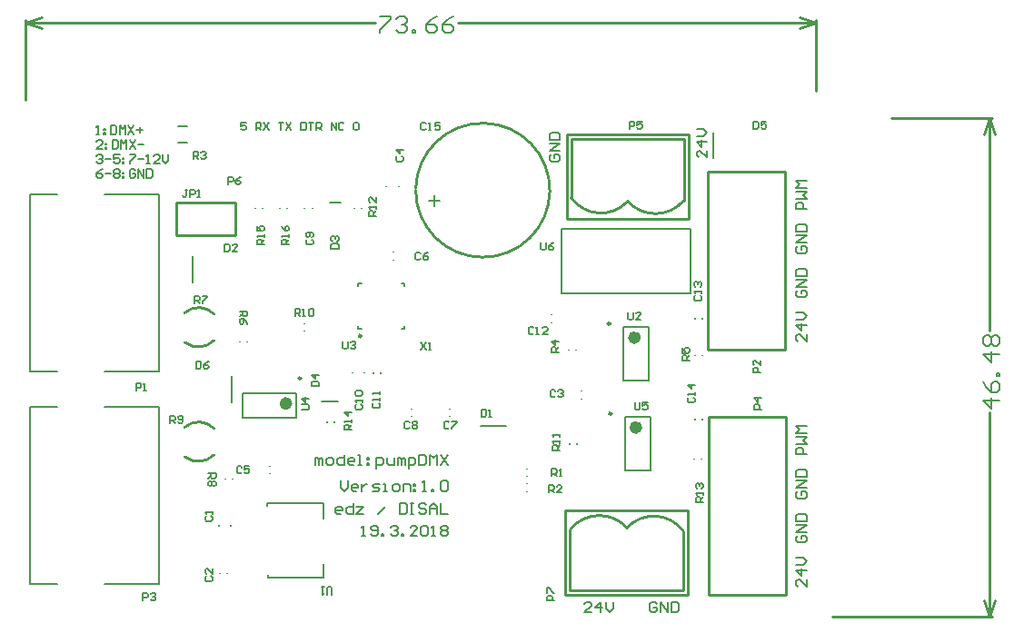
<source format=gto>
G04 Layer_Color=65535*
%FSAX44Y44*%
%MOMM*%
G71*
G01*
G75*
%ADD31C,0.2540*%
%ADD32C,0.2000*%
%ADD51C,0.2500*%
%ADD52C,0.6000*%
%ADD53C,0.1500*%
%ADD54C,0.1400*%
%ADD55C,0.1524*%
%ADD56C,0.1600*%
D31*
X00691010Y01003300D02*
G03*
X00691030Y01004862I00062500J00000000D01*
G01*
X00887854Y00688500D02*
G03*
X00835526Y00687605I-00025778J-00023020D01*
G01*
X00940621Y00685133D02*
G03*
X00887854Y00688500I-00027745J-00019653D01*
G01*
X00888622Y00992980D02*
G03*
X00940950Y00993875I00025778J00023020D01*
G01*
X00835855Y00996347D02*
G03*
X00888622Y00992980I00027745J00019653D01*
G01*
X00476053Y00861505D02*
G03*
X00502920Y00863142I00012534J00015586D01*
G01*
X00503484Y00887524D02*
G03*
X00475742Y00889050I-00014661J-00013603D01*
G01*
X00476053Y00754825D02*
G03*
X00502920Y00756462I00012534J00015586D01*
G01*
X00503484Y00780844D02*
G03*
X00475742Y00782370I-00014661J-00013603D01*
G01*
X01079500Y00605801D02*
X01228090D01*
X01134110Y01070621D02*
X01228090D01*
X01225550Y00605801D02*
Y00795804D01*
Y00872490D02*
Y01070621D01*
Y00605801D02*
X01230630Y00621041D01*
X01220470D02*
X01225550Y00605801D01*
X01220470Y01055381D02*
X01225550Y01070621D01*
X01230630Y01055381D01*
X01064260Y01096010D02*
Y01162050D01*
X00327660Y01087120D02*
Y01162050D01*
X00730239Y01159510D02*
X01064260D01*
X00327660D02*
X00653553D01*
X01049020Y01164590D02*
X01064260Y01159510D01*
X01049020Y01154430D02*
X01064260Y01159510D01*
X00327660D02*
X00342900Y01154430D01*
X00327660Y01159510D02*
X00342900Y01164590D01*
X00834876Y00686955D02*
X00835526Y00687605D01*
X00834876Y00630480D02*
Y00686955D01*
Y00630480D02*
X00940366D01*
X00940621Y00630225D01*
Y00685133D01*
X00830676Y00625980D02*
Y00704980D01*
X00944276D01*
Y00625980D02*
Y00704980D01*
X00830676Y00625980D02*
X00944276D01*
X00940950Y00993875D02*
X00941600Y00994525D01*
Y01051000D01*
X00836110D02*
X00941600D01*
X00835855Y01051255D02*
X00836110Y01051000D01*
X00835855Y00996347D02*
Y01051255D01*
X00945800Y00976500D02*
Y01055500D01*
X00832200Y00976500D02*
X00945800D01*
X00832200D02*
Y01055500D01*
X00945800D01*
X00964380Y00625810D02*
Y00791810D01*
Y00625810D02*
X01036380D01*
Y00791810D01*
X00964380D02*
X01036380D01*
X00963110Y00854410D02*
Y01020410D01*
Y00854410D02*
X01035110D01*
Y01020410D01*
X00963110D02*
X01035110D01*
X00467600Y00991680D02*
X00522600D01*
Y00961680D02*
Y00991680D01*
X00467600Y00961680D02*
X00522600D01*
X00467600D02*
Y00991680D01*
D32*
X00680630Y00873850D02*
Y00876600D01*
X00677880Y00873850D02*
X00680630D01*
Y00914100D02*
Y00916850D01*
X00677880D02*
X00680630D01*
X00637630D02*
X00640380D01*
X00637630Y00914100D02*
Y00916850D01*
Y00873850D02*
Y00876600D01*
Y00873850D02*
X00640380D01*
X00708510Y00988300D02*
Y00998300D01*
X00703510Y00993300D02*
X00713510D01*
X00968210Y01033210D02*
Y01057210D01*
X00571507Y00986870D02*
Y00987070D01*
X00564507Y00986870D02*
Y00987070D01*
X00817780Y00887420D02*
X00817980D01*
X00817780Y00880420D02*
X00817980D01*
X00548330Y00986870D02*
Y00987070D01*
X00541330Y00986870D02*
Y00987070D01*
X00886140Y00742080D02*
X00909640D01*
X00886140Y00792080D02*
X00909640D01*
Y00742080D02*
Y00792080D01*
X00886140Y00742080D02*
Y00792080D01*
X00658820Y00833020D02*
Y00833220D01*
X00651820Y00833020D02*
Y00833220D01*
X00587685Y00986870D02*
Y00987070D01*
X00594685Y00986870D02*
Y00987070D01*
X00615640Y00787300D02*
Y00787500D01*
X00608640Y00787300D02*
Y00787500D01*
X00603370Y00806730D02*
X00618370D01*
X00957270Y00753010D02*
Y00753210D01*
X00950270Y00753010D02*
Y00753210D01*
X00611124Y00991920D02*
X00621284D01*
X00634040Y00986870D02*
Y00987070D01*
X00641040Y00986870D02*
Y00987070D01*
X00452120Y00636270D02*
Y00801370D01*
X00401320D02*
X00452120D01*
X00331470D02*
X00356870D01*
X00331470Y00636270D02*
Y00801370D01*
Y00636270D02*
X00356870D01*
X00401320D02*
X00452120D01*
X00834700Y00766980D02*
Y00767180D01*
X00841700Y00766980D02*
Y00767180D01*
X00686970Y00799790D02*
X00687170D01*
X00686970Y00792790D02*
X00687170D01*
X00520390Y00734010D02*
Y00734210D01*
X00513390Y00734010D02*
Y00734210D01*
X00587402Y00879342D02*
X00587602D01*
X00587402Y00872342D02*
X00587602D01*
X00884870Y00825900D02*
X00908370D01*
X00884870Y00875900D02*
X00908370D01*
Y00825900D02*
Y00875900D01*
X00884870Y00825900D02*
Y00875900D01*
X00722530Y00792790D02*
X00722730D01*
X00722530Y00799790D02*
X00722730D01*
X00527360Y00862280D02*
Y00862480D01*
X00534360Y00862280D02*
Y00862480D01*
X00529990Y00814390D02*
X00579990D01*
X00529990Y00790890D02*
X00579990D01*
Y00814390D01*
X00529990Y00790890D02*
Y00814390D01*
X00958540Y00849530D02*
Y00849730D01*
X00951540Y00849530D02*
Y00849730D01*
X00452120Y00834390D02*
Y00999490D01*
X00401320D02*
X00452120D01*
X00331470D02*
X00356870D01*
X00331470Y00834390D02*
Y00999490D01*
Y00834390D02*
X00356870D01*
X00401320D02*
X00452120D01*
X00554890Y00746450D02*
X00555090D01*
X00554890Y00739450D02*
X00555090D01*
X00670460Y00945840D02*
X00670660D01*
X00670460Y00938840D02*
X00670660D01*
X00845720Y00816300D02*
X00845920D01*
X00845720Y00809300D02*
X00845920D01*
X00833430Y00854610D02*
Y00854810D01*
X00840430Y00854610D02*
Y00854810D01*
X00469710Y01047920D02*
X00477710D01*
X00469710Y01062920D02*
X00477710D01*
X00515310Y00646330D02*
Y00646530D01*
X00508310Y00646330D02*
Y00646530D01*
X00794920Y00729940D02*
X00795120D01*
X00794920Y00722940D02*
X00795120D01*
X00483070Y00917690D02*
Y00941690D01*
X00751270Y00783590D02*
X00775270D01*
X00794920Y00743910D02*
X00795120D01*
X00794920Y00736910D02*
X00795120D01*
X00605310Y00641910D02*
Y00654410D01*
X00553310Y00641910D02*
X00605310D01*
X00553310D02*
Y00644910D01*
X00552810Y00709410D02*
Y00711910D01*
X00605310D01*
Y00696910D02*
Y00711910D01*
X00951540Y00789840D02*
Y00790040D01*
X00958540Y00789840D02*
Y00790040D01*
X00951540Y00883820D02*
Y00884020D01*
X00958540Y00883820D02*
Y00884020D01*
X00631790Y00833070D02*
Y00833270D01*
X00643290Y00833070D02*
Y00833270D01*
X00518830Y00690780D02*
Y00690980D01*
X00507330Y00690780D02*
Y00690980D01*
X00675040Y01007010D02*
Y01007210D01*
X00663540Y01007010D02*
Y01007210D01*
X00519308Y00805868D02*
Y00829868D01*
X00640942Y00680770D02*
X00644274D01*
X00642608D01*
Y00690767D01*
X00640942Y00689101D01*
X00649273Y00682436D02*
X00650939Y00680770D01*
X00654271D01*
X00655937Y00682436D01*
Y00689101D01*
X00654271Y00690767D01*
X00650939D01*
X00649273Y00689101D01*
Y00687434D01*
X00650939Y00685768D01*
X00655937D01*
X00659269Y00680770D02*
Y00682436D01*
X00660936D01*
Y00680770D01*
X00659269D01*
X00667600Y00689101D02*
X00669266Y00690767D01*
X00672598D01*
X00674265Y00689101D01*
Y00687434D01*
X00672598Y00685768D01*
X00670932D01*
X00672598D01*
X00674265Y00684102D01*
Y00682436D01*
X00672598Y00680770D01*
X00669266D01*
X00667600Y00682436D01*
X00677597Y00680770D02*
Y00682436D01*
X00679263D01*
Y00680770D01*
X00677597D01*
X00692592D02*
X00685928D01*
X00692592Y00687434D01*
Y00689101D01*
X00690926Y00690767D01*
X00687594D01*
X00685928Y00689101D01*
X00695924D02*
X00697590Y00690767D01*
X00700923D01*
X00702589Y00689101D01*
Y00682436D01*
X00700923Y00680770D01*
X00697590D01*
X00695924Y00682436D01*
Y00689101D01*
X00705921Y00680770D02*
X00709253D01*
X00707587D01*
Y00690767D01*
X00705921Y00689101D01*
X00714252D02*
X00715918Y00690767D01*
X00719250D01*
X00720916Y00689101D01*
Y00687434D01*
X00719250Y00685768D01*
X00720916Y00684102D01*
Y00682436D01*
X00719250Y00680770D01*
X00715918D01*
X00714252Y00682436D01*
Y00684102D01*
X00715918Y00685768D01*
X00714252Y00687434D01*
Y00689101D01*
X00715918Y00685768D02*
X00719250D01*
X00620948Y00701673D02*
X00617616D01*
X00615950Y00703339D01*
Y00706671D01*
X00617616Y00708337D01*
X00620948D01*
X00622615Y00706671D01*
Y00705005D01*
X00615950D01*
X00632611Y00711669D02*
Y00701673D01*
X00627613D01*
X00625947Y00703339D01*
Y00706671D01*
X00627613Y00708337D01*
X00632611D01*
X00635944D02*
X00642608D01*
X00635944Y00701673D01*
X00642608D01*
X00655937D02*
X00662602Y00708337D01*
X00675931Y00711669D02*
Y00701673D01*
X00680929D01*
X00682595Y00703339D01*
Y00710003D01*
X00680929Y00711669D01*
X00675931D01*
X00685928D02*
X00689260D01*
X00687594D01*
Y00701673D01*
X00685928D01*
X00689260D01*
X00700923Y00710003D02*
X00699257Y00711669D01*
X00695924D01*
X00694258Y00710003D01*
Y00708337D01*
X00695924Y00706671D01*
X00699257D01*
X00700923Y00705005D01*
Y00703339D01*
X00699257Y00701673D01*
X00695924D01*
X00694258Y00703339D01*
X00704255Y00701673D02*
Y00708337D01*
X00707587Y00711669D01*
X00710919Y00708337D01*
Y00701673D01*
Y00706671D01*
X00704255D01*
X00714252Y00711669D02*
Y00701673D01*
X00720916D01*
X00620948Y00732572D02*
Y00725907D01*
X00624281Y00722575D01*
X00627613Y00725907D01*
Y00732572D01*
X00635944Y00722575D02*
X00632611D01*
X00630945Y00724241D01*
Y00727574D01*
X00632611Y00729240D01*
X00635944D01*
X00637610Y00727574D01*
Y00725907D01*
X00630945D01*
X00640942Y00729240D02*
Y00722575D01*
Y00725907D01*
X00642608Y00727574D01*
X00644274Y00729240D01*
X00645940D01*
X00650939Y00722575D02*
X00655937D01*
X00657603Y00724241D01*
X00655937Y00725907D01*
X00652605D01*
X00650939Y00727574D01*
X00652605Y00729240D01*
X00657603D01*
X00660936Y00722575D02*
X00664268D01*
X00662602D01*
Y00729240D01*
X00660936D01*
X00670932Y00722575D02*
X00674265D01*
X00675931Y00724241D01*
Y00727574D01*
X00674265Y00729240D01*
X00670932D01*
X00669266Y00727574D01*
Y00724241D01*
X00670932Y00722575D01*
X00679263D02*
Y00729240D01*
X00684261D01*
X00685928Y00727574D01*
Y00722575D01*
X00689260Y00729240D02*
X00690926D01*
Y00727574D01*
X00689260D01*
Y00729240D01*
Y00724241D02*
X00690926D01*
Y00722575D01*
X00689260D01*
Y00724241D01*
X00697590Y00722575D02*
X00700923D01*
X00699257D01*
Y00732572D01*
X00697590Y00730906D01*
X00705921Y00722575D02*
Y00724241D01*
X00707587D01*
Y00722575D01*
X00705921D01*
X00714252Y00730906D02*
X00715918Y00732572D01*
X00719250D01*
X00720916Y00730906D01*
Y00724241D01*
X00719250Y00722575D01*
X00715918D01*
X00714252Y00724241D01*
Y00730906D01*
X00597623Y00746810D02*
Y00753475D01*
X00599289D01*
X00600955Y00751808D01*
Y00746810D01*
Y00751808D01*
X00602621Y00753475D01*
X00604287Y00751808D01*
Y00746810D01*
X00609286D02*
X00612618D01*
X00614284Y00748476D01*
Y00751808D01*
X00612618Y00753475D01*
X00609286D01*
X00607619Y00751808D01*
Y00748476D01*
X00609286Y00746810D01*
X00624281Y00756807D02*
Y00746810D01*
X00619282D01*
X00617616Y00748476D01*
Y00751808D01*
X00619282Y00753475D01*
X00624281D01*
X00632611Y00746810D02*
X00629279D01*
X00627613Y00748476D01*
Y00751808D01*
X00629279Y00753475D01*
X00632611D01*
X00634277Y00751808D01*
Y00750142D01*
X00627613D01*
X00637610Y00746810D02*
X00640942D01*
X00639276D01*
Y00756807D01*
X00637610D01*
X00645940Y00753475D02*
X00647607D01*
Y00751808D01*
X00645940D01*
Y00753475D01*
Y00748476D02*
X00647607D01*
Y00746810D01*
X00645940D01*
Y00748476D01*
X00654271Y00743478D02*
Y00753475D01*
X00659269D01*
X00660936Y00751808D01*
Y00748476D01*
X00659269Y00746810D01*
X00654271D01*
X00664268Y00753475D02*
Y00748476D01*
X00665934Y00746810D01*
X00670932D01*
Y00753475D01*
X00674265Y00746810D02*
Y00753475D01*
X00675931D01*
X00677597Y00751808D01*
Y00746810D01*
Y00751808D01*
X00679263Y00753475D01*
X00680929Y00751808D01*
Y00746810D01*
X00684261Y00743478D02*
Y00753475D01*
X00689260D01*
X00690926Y00751808D01*
Y00748476D01*
X00689260Y00746810D01*
X00684261D01*
X00694258Y00756807D02*
Y00746810D01*
X00699257D01*
X00700923Y00748476D01*
Y00755141D01*
X00699257Y00756807D01*
X00694258D01*
X00704255Y00746810D02*
Y00756807D01*
X00707587Y00753475D01*
X00710919Y00756807D01*
Y00746810D01*
X00714252Y00756807D02*
X00720916Y00746810D01*
Y00756807D02*
X00714252Y00746810D01*
X01055370Y00868995D02*
Y00862330D01*
X01048706Y00868995D01*
X01047039D01*
X01045373Y00867328D01*
Y00863996D01*
X01047039Y00862330D01*
X01055370Y00877325D02*
X01045373D01*
X01050372Y00872327D01*
Y00878991D01*
X01045373Y00882324D02*
X01052038D01*
X01055370Y00885656D01*
X01052038Y00888988D01*
X01045373D01*
X01055370Y00640395D02*
Y00633730D01*
X01048706Y00640395D01*
X01047039D01*
X01045373Y00638728D01*
Y00635396D01*
X01047039Y00633730D01*
X01055370Y00648725D02*
X01045373D01*
X01050372Y00643727D01*
Y00650391D01*
X01045373Y00653724D02*
X01052038D01*
X01055370Y00657056D01*
X01052038Y00660388D01*
X01045373D01*
X01055370Y00985520D02*
X01045373D01*
Y00990518D01*
X01047039Y00992185D01*
X01050372D01*
X01052038Y00990518D01*
Y00985520D01*
X01045373Y00995517D02*
X01055370D01*
X01052038Y00998849D01*
X01055370Y01002181D01*
X01045373D01*
X01055370Y01005514D02*
X01045373D01*
X01048706Y01008846D01*
X01045373Y01012178D01*
X01055370D01*
Y00756920D02*
X01045373D01*
Y00761918D01*
X01047039Y00763585D01*
X01050372D01*
X01052038Y00761918D01*
Y00756920D01*
X01045373Y00766917D02*
X01055370D01*
X01052038Y00770249D01*
X01055370Y00773581D01*
X01045373D01*
X01055370Y00776914D02*
X01045373D01*
X01048706Y00780246D01*
X01045373Y00783578D01*
X01055370D01*
X01047039Y00681458D02*
X01045373Y00679792D01*
Y00676460D01*
X01047039Y00674793D01*
X01053704D01*
X01055370Y00676460D01*
Y00679792D01*
X01053704Y00681458D01*
X01050372D01*
Y00678126D01*
X01055370Y00684790D02*
X01045373D01*
X01055370Y00691455D01*
X01045373D01*
Y00694787D02*
X01055370D01*
Y00699785D01*
X01053704Y00701451D01*
X01047039D01*
X01045373Y00699785D01*
Y00694787D01*
X01047039Y00722521D02*
X01045373Y00720855D01*
Y00717523D01*
X01047039Y00715857D01*
X01053704D01*
X01055370Y00717523D01*
Y00720855D01*
X01053704Y00722521D01*
X01050372D01*
Y00719189D01*
X01055370Y00725853D02*
X01045373D01*
X01055370Y00732518D01*
X01045373D01*
Y00735850D02*
X01055370D01*
Y00740849D01*
X01053704Y00742515D01*
X01047039D01*
X01045373Y00740849D01*
Y00735850D01*
X01047039Y00910058D02*
X01045373Y00908392D01*
Y00905060D01*
X01047039Y00903393D01*
X01053704D01*
X01055370Y00905060D01*
Y00908392D01*
X01053704Y00910058D01*
X01050372D01*
Y00906726D01*
X01055370Y00913390D02*
X01045373D01*
X01055370Y00920055D01*
X01045373D01*
Y00923387D02*
X01055370D01*
Y00928385D01*
X01053704Y00930051D01*
X01047039D01*
X01045373Y00928385D01*
Y00923387D01*
X01047039Y00951121D02*
X01045373Y00949455D01*
Y00946123D01*
X01047039Y00944457D01*
X01053704D01*
X01055370Y00946123D01*
Y00949455D01*
X01053704Y00951121D01*
X01050372D01*
Y00947789D01*
X01055370Y00954453D02*
X01045373D01*
X01055370Y00961118D01*
X01045373D01*
Y00964450D02*
X01055370D01*
Y00969449D01*
X01053704Y00971115D01*
X01047039D01*
X01045373Y00969449D01*
Y00964450D01*
X00915984Y00617931D02*
X00914318Y00619597D01*
X00910986D01*
X00909320Y00617931D01*
Y00611266D01*
X00910986Y00609600D01*
X00914318D01*
X00915984Y00611266D01*
Y00614598D01*
X00912652D01*
X00919317Y00609600D02*
Y00619597D01*
X00925981Y00609600D01*
Y00619597D01*
X00929314D02*
Y00609600D01*
X00934312D01*
X00935978Y00611266D01*
Y00617931D01*
X00934312Y00619597D01*
X00929314D01*
X00855024Y00609600D02*
X00848360D01*
X00855024Y00616264D01*
Y00617931D01*
X00853358Y00619597D01*
X00850026D01*
X00848360Y00617931D01*
X00863355Y00609600D02*
Y00619597D01*
X00858357Y00614598D01*
X00865021D01*
X00868354Y00619597D02*
Y00612932D01*
X00871686Y00609600D01*
X00875018Y00612932D01*
Y00619597D01*
X00962660Y01040444D02*
Y01033780D01*
X00955995Y01040444D01*
X00954329D01*
X00952663Y01038778D01*
Y01035446D01*
X00954329Y01033780D01*
X00962660Y01048775D02*
X00952663D01*
X00957662Y01043777D01*
Y01050441D01*
X00952663Y01053774D02*
X00959328D01*
X00962660Y01057106D01*
X00959328Y01060438D01*
X00952663D01*
X00817169Y01036684D02*
X00815503Y01035018D01*
Y01031686D01*
X00817169Y01030020D01*
X00823834D01*
X00825500Y01031686D01*
Y01035018D01*
X00823834Y01036684D01*
X00820502D01*
Y01033352D01*
X00825500Y01040017D02*
X00815503D01*
X00825500Y01046681D01*
X00815503D01*
Y01050014D02*
X00825500D01*
Y01055012D01*
X00823834Y01056678D01*
X00817169D01*
X00815503Y01055012D01*
Y01050014D01*
D51*
X00640380Y00867350D02*
G03*
X00640380Y00867350I-00001250J00000000D01*
G01*
X00873640Y00795130D02*
G03*
X00873640Y00795130I-00001250J00000000D01*
G01*
X00872370Y00878950D02*
G03*
X00872370Y00878950I-00001250J00000000D01*
G01*
X00584290Y00828140D02*
G03*
X00584290Y00828140I-00001250J00000000D01*
G01*
D52*
X00899140Y00782080D02*
G03*
X00899140Y00782080I-00003000J00000000D01*
G01*
X00897870Y00865900D02*
G03*
X00897870Y00865900I-00003000J00000000D01*
G01*
X00572990Y00804390D02*
G03*
X00572990Y00804390I-00003000J00000000D01*
G01*
D53*
X00827090Y00907100D02*
Y00967100D01*
X00947090D01*
Y00907100D02*
Y00967100D01*
X00827090Y00907100D02*
X00947090D01*
D54*
X00532985Y01066228D02*
X00528320D01*
Y01062729D01*
X00530653Y01063895D01*
X00531819D01*
X00532985Y01062729D01*
Y01060396D01*
X00531819Y01059230D01*
X00529486D01*
X00528320Y01060396D01*
X00542315Y01059230D02*
Y01066228D01*
X00545814D01*
X00546981Y01065061D01*
Y01062729D01*
X00545814Y01061563D01*
X00542315D01*
X00544648D02*
X00546981Y01059230D01*
X00549313Y01066228D02*
X00553978Y01059230D01*
Y01066228D02*
X00549313Y01059230D01*
X00563309Y01066228D02*
X00567974D01*
X00565641D01*
Y01059230D01*
X00570307Y01066228D02*
X00574972Y01059230D01*
Y01066228D02*
X00570307Y01059230D01*
X00584302Y01066228D02*
Y01059230D01*
X00587801D01*
X00588967Y01060396D01*
Y01065061D01*
X00587801Y01066228D01*
X00584302D01*
X00591300D02*
X00595965D01*
X00593632D01*
Y01059230D01*
X00598298D02*
Y01066228D01*
X00601796D01*
X00602963Y01065061D01*
Y01062729D01*
X00601796Y01061563D01*
X00598298D01*
X00600630D02*
X00602963Y01059230D01*
X00612293D02*
Y01066228D01*
X00616958Y01059230D01*
Y01066228D01*
X00623956Y01065061D02*
X00622790Y01066228D01*
X00620457D01*
X00619291Y01065061D01*
Y01060396D01*
X00620457Y01059230D01*
X00622790D01*
X00623956Y01060396D01*
X00633286Y01065061D02*
X00634453Y01066228D01*
X00636785D01*
X00637951Y01065061D01*
Y01060396D01*
X00636785Y01059230D01*
X00634453D01*
X00633286Y01060396D01*
Y01065061D01*
X01005840Y01067498D02*
Y01060500D01*
X01009339D01*
X01010505Y01061666D01*
Y01066331D01*
X01009339Y01067498D01*
X01005840D01*
X01017503D02*
X01012838D01*
Y01063999D01*
X01015170Y01065165D01*
X01016337D01*
X01017503Y01063999D01*
Y01061666D01*
X01016337Y01060500D01*
X01014004D01*
X01012838Y01061666D01*
X00700625Y01065061D02*
X00699459Y01066228D01*
X00697126D01*
X00695960Y01065061D01*
Y01060396D01*
X00697126Y01059230D01*
X00699459D01*
X00700625Y01060396D01*
X00702958Y01059230D02*
X00705290D01*
X00704124D01*
Y01066228D01*
X00702958Y01065061D01*
X00713454Y01066228D02*
X00708789D01*
Y01062729D01*
X00711122Y01063895D01*
X00712288D01*
X00713454Y01062729D01*
Y01060396D01*
X00712288Y01059230D01*
X00709956D01*
X00708789Y01060396D01*
X00623062Y00862266D02*
Y00856434D01*
X00624228Y00855268D01*
X00626561D01*
X00627727Y00856434D01*
Y00862266D01*
X00630060Y00861099D02*
X00631226Y00862266D01*
X00633559D01*
X00634725Y00861099D01*
Y00859933D01*
X00633559Y00858767D01*
X00632392D01*
X00633559D01*
X00634725Y00857601D01*
Y00856434D01*
X00633559Y00855268D01*
X00631226D01*
X00630060Y00856434D01*
X00495818Y00699405D02*
X00494652Y00698239D01*
Y00695906D01*
X00495818Y00694740D01*
X00500484D01*
X00501650Y00695906D01*
Y00698239D01*
X00500484Y00699405D01*
X00501650Y00701738D02*
Y00704070D01*
Y00702904D01*
X00494652D01*
X00495818Y00701738D01*
Y00643475D02*
X00494652Y00642309D01*
Y00639976D01*
X00495818Y00638810D01*
X00500484D01*
X00501650Y00639976D01*
Y00642309D01*
X00500484Y00643475D01*
X00501650Y00650473D02*
Y00645808D01*
X00496985Y00650473D01*
X00495818D01*
X00494652Y00649307D01*
Y00646974D01*
X00495818Y00645808D01*
X00821275Y00816092D02*
X00820109Y00817258D01*
X00817776D01*
X00816610Y00816092D01*
Y00811426D01*
X00817776Y00810260D01*
X00820109D01*
X00821275Y00811426D01*
X00823608Y00816092D02*
X00824774Y00817258D01*
X00827107D01*
X00828273Y00816092D01*
Y00814925D01*
X00827107Y00813759D01*
X00825940D01*
X00827107D01*
X00828273Y00812593D01*
Y00811426D01*
X00827107Y00810260D01*
X00824774D01*
X00823608Y00811426D01*
X00673618Y01034939D02*
X00672452Y01033773D01*
Y01031440D01*
X00673618Y01030274D01*
X00678284D01*
X00679450Y01031440D01*
Y01033773D01*
X00678284Y01034939D01*
X00679450Y01040771D02*
X00672452D01*
X00675951Y01037272D01*
Y01041937D01*
X00529055Y00744971D02*
X00527889Y00746138D01*
X00525556D01*
X00524390Y00744971D01*
Y00740306D01*
X00525556Y00739140D01*
X00527889D01*
X00529055Y00740306D01*
X00536053Y00746138D02*
X00531388D01*
Y00742639D01*
X00533720Y00743805D01*
X00534887D01*
X00536053Y00742639D01*
Y00740306D01*
X00534887Y00739140D01*
X00532554D01*
X00531388Y00740306D01*
X00695545Y00944361D02*
X00694379Y00945528D01*
X00692046D01*
X00690880Y00944361D01*
Y00939696D01*
X00692046Y00938530D01*
X00694379D01*
X00695545Y00939696D01*
X00702543Y00945528D02*
X00700210Y00944361D01*
X00697878Y00942029D01*
Y00939696D01*
X00699044Y00938530D01*
X00701377D01*
X00702543Y00939696D01*
Y00940863D01*
X00701377Y00942029D01*
X00697878D01*
X00722215Y00786881D02*
X00721049Y00788048D01*
X00718716D01*
X00717550Y00786881D01*
Y00782216D01*
X00718716Y00781050D01*
X00721049D01*
X00722215Y00782216D01*
X00724548Y00788048D02*
X00729213D01*
Y00786881D01*
X00724548Y00782216D01*
Y00781050D01*
X00685385Y00786881D02*
X00684219Y00788048D01*
X00681886D01*
X00680720Y00786881D01*
Y00782216D01*
X00681886Y00781050D01*
X00684219D01*
X00685385Y00782216D01*
X00687718Y00786881D02*
X00688884Y00788048D01*
X00691217D01*
X00692383Y00786881D01*
Y00785715D01*
X00691217Y00784549D01*
X00692383Y00783383D01*
Y00782216D01*
X00691217Y00781050D01*
X00688884D01*
X00687718Y00782216D01*
Y00783383D01*
X00688884Y00784549D01*
X00687718Y00785715D01*
Y00786881D01*
X00688884Y00784549D02*
X00691217D01*
X00589799Y00957215D02*
X00588632Y00956049D01*
Y00953716D01*
X00589799Y00952550D01*
X00594464D01*
X00595630Y00953716D01*
Y00956049D01*
X00594464Y00957215D01*
Y00959548D02*
X00595630Y00960714D01*
Y00963047D01*
X00594464Y00964213D01*
X00589799D01*
X00588632Y00963047D01*
Y00960714D01*
X00589799Y00959548D01*
X00590965D01*
X00592131Y00960714D01*
Y00964213D01*
X00635518Y00803545D02*
X00634352Y00802379D01*
Y00800046D01*
X00635518Y00798880D01*
X00640184D01*
X00641350Y00800046D01*
Y00802379D01*
X00640184Y00803545D01*
X00641350Y00805878D02*
Y00808210D01*
Y00807044D01*
X00634352D01*
X00635518Y00805878D01*
Y00811709D02*
X00634352Y00812876D01*
Y00815208D01*
X00635518Y00816374D01*
X00640184D01*
X00641350Y00815208D01*
Y00812876D01*
X00640184Y00811709D01*
X00635518D01*
X00652029Y00804815D02*
X00650862Y00803649D01*
Y00801316D01*
X00652029Y00800150D01*
X00656694D01*
X00657860Y00801316D01*
Y00803649D01*
X00656694Y00804815D01*
X00657860Y00807148D02*
Y00809480D01*
Y00808314D01*
X00650862D01*
X00652029Y00807148D01*
X00657860Y00812979D02*
Y00815312D01*
Y00814146D01*
X00650862D01*
X00652029Y00812979D01*
X00800955Y00874561D02*
X00799789Y00875728D01*
X00797456D01*
X00796290Y00874561D01*
Y00869896D01*
X00797456Y00868730D01*
X00799789D01*
X00800955Y00869896D01*
X00803288Y00868730D02*
X00805620D01*
X00804454D01*
Y00875728D01*
X00803288Y00874561D01*
X00813784Y00868730D02*
X00809119D01*
X00813784Y00873395D01*
Y00874561D01*
X00812618Y00875728D01*
X00810285D01*
X00809119Y00874561D01*
X00752221Y00799097D02*
Y00792099D01*
X00755720D01*
X00756886Y00793265D01*
Y00797931D01*
X00755720Y00799097D01*
X00752221D01*
X00759219Y00792099D02*
X00761551D01*
X00760385D01*
Y00799097D01*
X00759219Y00797931D01*
X00513080Y00953198D02*
Y00946200D01*
X00516579D01*
X00517745Y00947366D01*
Y00952031D01*
X00516579Y00953198D01*
X00513080D01*
X00524743Y00946200D02*
X00520078D01*
X00524743Y00950865D01*
Y00952031D01*
X00523577Y00953198D01*
X00521244D01*
X00520078Y00952031D01*
X00612254Y00948740D02*
X00619252D01*
Y00952239D01*
X00618086Y00953405D01*
X00613420D01*
X00612254Y00952239D01*
Y00948740D01*
X00613420Y00955738D02*
X00612254Y00956904D01*
Y00959237D01*
X00613420Y00960403D01*
X00614587D01*
X00615753Y00959237D01*
Y00958070D01*
Y00959237D01*
X00616919Y00960403D01*
X00618086D01*
X00619252Y00959237D01*
Y00956904D01*
X00618086Y00955738D01*
X00593712Y00820470D02*
X00600710D01*
Y00823969D01*
X00599544Y00825135D01*
X00594879D01*
X00593712Y00823969D01*
Y00820470D01*
X00600710Y00830967D02*
X00593712D01*
X00597211Y00827468D01*
Y00832133D01*
X00478375Y01003998D02*
X00476043D01*
X00477209D01*
Y00998166D01*
X00476043Y00997000D01*
X00474876D01*
X00473710Y00998166D01*
X00480708Y00997000D02*
Y01003998D01*
X00484207D01*
X00485373Y01002831D01*
Y01000499D01*
X00484207Y00999333D01*
X00480708D01*
X00487705Y00997000D02*
X00490038D01*
X00488872D01*
Y01003998D01*
X00487705Y01002831D01*
X00430530Y00816610D02*
Y00823608D01*
X00434029D01*
X00435195Y00822441D01*
Y00820109D01*
X00434029Y00818943D01*
X00430530D01*
X00437528Y00816610D02*
X00439860D01*
X00438694D01*
Y00823608D01*
X00437528Y00822441D01*
X01012190Y00833170D02*
X01005192D01*
Y00836669D01*
X01006358Y00837835D01*
X01008691D01*
X01009857Y00836669D01*
Y00833170D01*
X01012190Y00844833D02*
Y00840168D01*
X01007525Y00844833D01*
X01006358D01*
X01005192Y00843667D01*
Y00841334D01*
X01006358Y00840168D01*
X00436880Y00621030D02*
Y00628028D01*
X00440379D01*
X00441545Y00626861D01*
Y00624529D01*
X00440379Y00623363D01*
X00436880D01*
X00443878Y00626861D02*
X00445044Y00628028D01*
X00447377D01*
X00448543Y00626861D01*
Y00625695D01*
X00447377Y00624529D01*
X00446210D01*
X00447377D01*
X00448543Y00623363D01*
Y00622196D01*
X00447377Y00621030D01*
X00445044D01*
X00443878Y00622196D01*
X01013460Y00798880D02*
X01006462D01*
Y00802379D01*
X01007628Y00803545D01*
X01009961D01*
X01011127Y00802379D01*
Y00798880D01*
X01013460Y00809377D02*
X01006462D01*
X01009961Y00805878D01*
Y00810543D01*
X00890270Y01060500D02*
Y01067498D01*
X00893769D01*
X00894935Y01066331D01*
Y01063999D01*
X00893769Y01062833D01*
X00890270D01*
X00901933Y01067498D02*
X00897268D01*
Y01063999D01*
X00899600Y01065165D01*
X00900767D01*
X00901933Y01063999D01*
Y01061666D01*
X00900767Y01060500D01*
X00898434D01*
X00897268Y01061666D01*
X00516220Y01008880D02*
Y01015878D01*
X00519719D01*
X00520885Y01014712D01*
Y01012379D01*
X00519719Y01011213D01*
X00516220D01*
X00527883Y01015878D02*
X00525550Y01014712D01*
X00523218Y01012379D01*
Y01010046D01*
X00524384Y01008880D01*
X00526717D01*
X00527883Y01010046D01*
Y01011213D01*
X00526717Y01012379D01*
X00523218D01*
X00820547Y00620903D02*
X00813549D01*
Y00624402D01*
X00814715Y00625568D01*
X00817048D01*
X00818214Y00624402D01*
Y00620903D01*
X00813549Y00627901D02*
Y00632566D01*
X00814715D01*
X00819381Y00627901D01*
X00820547D01*
X00817880Y00736600D02*
Y00743598D01*
X00821379D01*
X00822545Y00742431D01*
Y00740099D01*
X00821379Y00738933D01*
X00817880D01*
X00820213D02*
X00822545Y00736600D01*
X00824878D02*
X00827210D01*
X00826044D01*
Y00743598D01*
X00824878Y00742431D01*
X00815340Y00721360D02*
Y00728358D01*
X00818839D01*
X00820005Y00727191D01*
Y00724859D01*
X00818839Y00723693D01*
X00815340D01*
X00817673D02*
X00820005Y00721360D01*
X00827003D02*
X00822338D01*
X00827003Y00726025D01*
Y00727191D01*
X00825837Y00728358D01*
X00823504D01*
X00822338Y00727191D01*
X00483870Y01032560D02*
Y01039558D01*
X00487369D01*
X00488535Y01038391D01*
Y01036059D01*
X00487369Y01034893D01*
X00483870D01*
X00486203D02*
X00488535Y01032560D01*
X00490868Y01038391D02*
X00492034Y01039558D01*
X00494367D01*
X00495533Y01038391D01*
Y01037225D01*
X00494367Y01036059D01*
X00493200D01*
X00494367D01*
X00495533Y01034893D01*
Y01033726D01*
X00494367Y01032560D01*
X00492034D01*
X00490868Y01033726D01*
X00824230Y00852170D02*
X00817232D01*
Y00855669D01*
X00818399Y00856835D01*
X00820731D01*
X00821897Y00855669D01*
Y00852170D01*
Y00854503D02*
X00824230Y00856835D01*
Y00862667D02*
X00817232D01*
X00820731Y00859168D01*
Y00863833D01*
X00946150Y00844600D02*
X00939152D01*
Y00848099D01*
X00940319Y00849265D01*
X00942651D01*
X00943817Y00848099D01*
Y00844600D01*
Y00846933D02*
X00946150Y00849265D01*
X00939152Y00856263D02*
Y00851598D01*
X00942651D01*
X00941485Y00853930D01*
Y00855097D01*
X00942651Y00856263D01*
X00944984D01*
X00946150Y00855097D01*
Y00852764D01*
X00944984Y00851598D01*
X00527050Y00890320D02*
X00534048D01*
Y00886821D01*
X00532882Y00885655D01*
X00530549D01*
X00529383Y00886821D01*
Y00890320D01*
Y00887987D02*
X00527050Y00885655D01*
X00534048Y00878657D02*
X00532882Y00880990D01*
X00530549Y00883322D01*
X00528216D01*
X00527050Y00882156D01*
Y00879823D01*
X00528216Y00878657D01*
X00529383D01*
X00530549Y00879823D01*
Y00883322D01*
X00485140Y00897940D02*
Y00904938D01*
X00488639D01*
X00489805Y00903772D01*
Y00901439D01*
X00488639Y00900273D01*
X00485140D01*
X00487473D02*
X00489805Y00897940D01*
X00492138Y00904938D02*
X00496803D01*
Y00903772D01*
X00492138Y00899106D01*
Y00897940D01*
X00497840Y00739190D02*
X00504838D01*
Y00735691D01*
X00503671Y00734525D01*
X00501339D01*
X00500173Y00735691D01*
Y00739190D01*
Y00736857D02*
X00497840Y00734525D01*
X00503671Y00732192D02*
X00504838Y00731026D01*
Y00728693D01*
X00503671Y00727527D01*
X00502505D01*
X00501339Y00728693D01*
X00500173Y00727527D01*
X00499006D01*
X00497840Y00728693D01*
Y00731026D01*
X00499006Y00732192D01*
X00500173D01*
X00501339Y00731026D01*
X00502505Y00732192D01*
X00503671D01*
X00501339Y00731026D02*
Y00728693D01*
X00462280Y00786180D02*
Y00793178D01*
X00465779D01*
X00466945Y00792011D01*
Y00789679D01*
X00465779Y00788513D01*
X00462280D01*
X00464613D02*
X00466945Y00786180D01*
X00469278Y00787346D02*
X00470444Y00786180D01*
X00472777D01*
X00473943Y00787346D01*
Y00792011D01*
X00472777Y00793178D01*
X00470444D01*
X00469278Y00792011D01*
Y00790845D01*
X00470444Y00789679D01*
X00473943D01*
X00578612Y00886002D02*
Y00893000D01*
X00582111D01*
X00583277Y00891833D01*
Y00889501D01*
X00582111Y00888335D01*
X00578612D01*
X00580945D02*
X00583277Y00886002D01*
X00585610D02*
X00587942D01*
X00586776D01*
Y00893000D01*
X00585610Y00891833D01*
X00591441D02*
X00592607Y00893000D01*
X00594940D01*
X00596106Y00891833D01*
Y00887168D01*
X00594940Y00886002D01*
X00592607D01*
X00591441Y00887168D01*
Y00891833D01*
X00825500Y00760730D02*
X00818502D01*
Y00764229D01*
X00819669Y00765395D01*
X00822001D01*
X00823167Y00764229D01*
Y00760730D01*
Y00763063D02*
X00825500Y00765395D01*
Y00767728D02*
Y00770060D01*
Y00768894D01*
X00818502D01*
X00819669Y00767728D01*
X00825500Y00773559D02*
Y00775892D01*
Y00774725D01*
X00818502D01*
X00819669Y00773559D01*
X00654050Y00979170D02*
X00647052D01*
Y00982669D01*
X00648219Y00983835D01*
X00650551D01*
X00651717Y00982669D01*
Y00979170D01*
Y00981503D02*
X00654050Y00983835D01*
Y00986168D02*
Y00988500D01*
Y00987334D01*
X00647052D01*
X00648219Y00986168D01*
X00654050Y00996664D02*
Y00991999D01*
X00649385Y00996664D01*
X00648219D01*
X00647052Y00995498D01*
Y00993166D01*
X00648219Y00991999D01*
X00958850Y00712470D02*
X00951852D01*
Y00715969D01*
X00953018Y00717135D01*
X00955351D01*
X00956517Y00715969D01*
Y00712470D01*
Y00714803D02*
X00958850Y00717135D01*
Y00719468D02*
Y00721800D01*
Y00720634D01*
X00951852D01*
X00953018Y00719468D01*
Y00725299D02*
X00951852Y00726466D01*
Y00728798D01*
X00953018Y00729964D01*
X00954185D01*
X00955351Y00728798D01*
Y00727632D01*
Y00728798D01*
X00956517Y00729964D01*
X00957684D01*
X00958850Y00728798D01*
Y00726466D01*
X00957684Y00725299D01*
X00631190Y00779780D02*
X00624192D01*
Y00783279D01*
X00625359Y00784445D01*
X00627691D01*
X00628857Y00783279D01*
Y00779780D01*
Y00782113D02*
X00631190Y00784445D01*
Y00786778D02*
Y00789110D01*
Y00787944D01*
X00624192D01*
X00625359Y00786778D01*
X00631190Y00796108D02*
X00624192D01*
X00627691Y00792609D01*
Y00797274D01*
X00549910Y00952550D02*
X00542912D01*
Y00956049D01*
X00544078Y00957215D01*
X00546411D01*
X00547577Y00956049D01*
Y00952550D01*
Y00954883D02*
X00549910Y00957215D01*
Y00959548D02*
Y00961880D01*
Y00960714D01*
X00542912D01*
X00544078Y00959548D01*
X00542912Y00970044D02*
Y00965379D01*
X00546411D01*
X00545245Y00967712D01*
Y00968878D01*
X00546411Y00970044D01*
X00548744D01*
X00549910Y00968878D01*
Y00966545D01*
X00548744Y00965379D01*
X00572770Y00952550D02*
X00565772D01*
Y00956049D01*
X00566939Y00957215D01*
X00569271D01*
X00570437Y00956049D01*
Y00952550D01*
Y00954883D02*
X00572770Y00957215D01*
Y00959548D02*
Y00961880D01*
Y00960714D01*
X00565772D01*
X00566939Y00959548D01*
X00565772Y00970044D02*
X00566939Y00967712D01*
X00569271Y00965379D01*
X00571604D01*
X00572770Y00966545D01*
Y00968878D01*
X00571604Y00970044D01*
X00570437D01*
X00569271Y00968878D01*
Y00965379D01*
X00889000Y00889648D02*
Y00883816D01*
X00890166Y00882650D01*
X00892499D01*
X00893665Y00883816D01*
Y00889648D01*
X00900663Y00882650D02*
X00895998D01*
X00900663Y00887315D01*
Y00888482D01*
X00899497Y00889648D01*
X00897164D01*
X00895998Y00888482D01*
X00584822Y00798830D02*
X00590654D01*
X00591820Y00799996D01*
Y00802329D01*
X00590654Y00803495D01*
X00584822D01*
X00591820Y00809327D02*
X00584822D01*
X00588321Y00805828D01*
Y00810493D01*
X00895350Y00805828D02*
Y00799996D01*
X00896516Y00798830D01*
X00898849D01*
X00900015Y00799996D01*
Y00805828D01*
X00907013D02*
X00902348D01*
Y00802329D01*
X00904680Y00803495D01*
X00905847D01*
X00907013Y00802329D01*
Y00799996D01*
X00905847Y00798830D01*
X00903514D01*
X00902348Y00799996D01*
X00807720Y00954418D02*
Y00948586D01*
X00808886Y00947420D01*
X00811219D01*
X00812385Y00948586D01*
Y00954418D01*
X00819383D02*
X00817050Y00953251D01*
X00814718Y00950919D01*
Y00948586D01*
X00815884Y00947420D01*
X00818217D01*
X00819383Y00948586D01*
Y00949753D01*
X00818217Y00950919D01*
X00814718D01*
X00695960Y00861708D02*
X00700625Y00854710D01*
Y00861708D02*
X00695960Y00854710D01*
X00702958D02*
X00705290D01*
X00704124D01*
Y00861708D01*
X00702958Y00860542D01*
X00612775Y00626351D02*
Y00632183D01*
X00611609Y00633349D01*
X00609276D01*
X00608110Y00632183D01*
Y00626351D01*
X00605777Y00633349D02*
X00603445D01*
X00604611D01*
Y00626351D01*
X00605777Y00627518D01*
X00951749Y00905095D02*
X00950582Y00903929D01*
Y00901596D01*
X00951749Y00900430D01*
X00956414D01*
X00957580Y00901596D01*
Y00903929D01*
X00956414Y00905095D01*
X00957580Y00907428D02*
Y00909760D01*
Y00908594D01*
X00950582D01*
X00951749Y00907428D01*
Y00913259D02*
X00950582Y00914426D01*
Y00916758D01*
X00951749Y00917924D01*
X00952915D01*
X00954081Y00916758D01*
Y00915592D01*
Y00916758D01*
X00955247Y00917924D01*
X00956414D01*
X00957580Y00916758D01*
Y00914426D01*
X00956414Y00913259D01*
X00945398Y00809845D02*
X00944232Y00808679D01*
Y00806346D01*
X00945398Y00805180D01*
X00950064D01*
X00951230Y00806346D01*
Y00808679D01*
X00950064Y00809845D01*
X00951230Y00812178D02*
Y00814510D01*
Y00813344D01*
X00944232D01*
X00945398Y00812178D01*
X00951230Y00821508D02*
X00944232D01*
X00947731Y00818009D01*
Y00822674D01*
X00486410Y00843978D02*
Y00836980D01*
X00489909D01*
X00491075Y00838146D01*
Y00842812D01*
X00489909Y00843978D01*
X00486410D01*
X00498073D02*
X00495740Y00842812D01*
X00493408Y00840479D01*
Y00838146D01*
X00494574Y00836980D01*
X00496907D01*
X00498073Y00838146D01*
Y00839313D01*
X00496907Y00840479D01*
X00493408D01*
D55*
X01234691Y00807486D02*
X01219456D01*
X01227074Y00799868D01*
Y00810025D01*
X01219456Y00825260D02*
X01221996Y00820182D01*
X01227074Y00815103D01*
X01232152D01*
X01234691Y00817642D01*
Y00822721D01*
X01232152Y00825260D01*
X01229613D01*
X01227074Y00822721D01*
Y00815103D01*
X01234691Y00830338D02*
X01232152D01*
Y00832878D01*
X01234691D01*
Y00830338D01*
Y00850652D02*
X01219456D01*
X01227074Y00843034D01*
Y00853191D01*
X01221996Y00858269D02*
X01219456Y00860808D01*
Y00865887D01*
X01221996Y00868426D01*
X01224535D01*
X01227074Y00865887D01*
X01229613Y00868426D01*
X01232152D01*
X01234691Y00865887D01*
Y00860808D01*
X01232152Y00858269D01*
X01229613D01*
X01227074Y00860808D01*
X01224535Y00858269D01*
X01221996D01*
X01227074Y00860808D02*
Y00865887D01*
X00657617Y01165603D02*
X00667774D01*
Y01163064D01*
X00657617Y01152908D01*
Y01150368D01*
X00672852Y01163064D02*
X00675391Y01165603D01*
X00680470D01*
X00683009Y01163064D01*
Y01160525D01*
X00680470Y01157986D01*
X00677931D01*
X00680470D01*
X00683009Y01155447D01*
Y01152908D01*
X00680470Y01150368D01*
X00675391D01*
X00672852Y01152908D01*
X00688087Y01150368D02*
Y01152908D01*
X00690626D01*
Y01150368D01*
X00688087D01*
X00710940Y01165603D02*
X00705862Y01163064D01*
X00700783Y01157986D01*
Y01152908D01*
X00703322Y01150368D01*
X00708401D01*
X00710940Y01152908D01*
Y01155447D01*
X00708401Y01157986D01*
X00700783D01*
X00726175Y01165603D02*
X00721096Y01163064D01*
X00716018Y01157986D01*
Y01152908D01*
X00718557Y01150368D01*
X00723636D01*
X00726175Y01152908D01*
Y01155447D01*
X00723636Y01157986D01*
X00716018D01*
D56*
X00399032Y01022777D02*
X00396366Y01021444D01*
X00393700Y01018779D01*
Y01016113D01*
X00395033Y01014780D01*
X00397699D01*
X00399032Y01016113D01*
Y01017446D01*
X00397699Y01018779D01*
X00393700D01*
X00401697D02*
X00407029D01*
X00409695Y01021444D02*
X00411028Y01022777D01*
X00413694D01*
X00415026Y01021444D01*
Y01020112D01*
X00413694Y01018779D01*
X00415026Y01017446D01*
Y01016113D01*
X00413694Y01014780D01*
X00411028D01*
X00409695Y01016113D01*
Y01017446D01*
X00411028Y01018779D01*
X00409695Y01020112D01*
Y01021444D01*
X00411028Y01018779D02*
X00413694D01*
X00417692Y01020112D02*
X00419025D01*
Y01018779D01*
X00417692D01*
Y01020112D01*
Y01016113D02*
X00419025D01*
Y01014780D01*
X00417692D01*
Y01016113D01*
X00429688Y01021444D02*
X00428355Y01022777D01*
X00425690D01*
X00424357Y01021444D01*
Y01016113D01*
X00425690Y01014780D01*
X00428355D01*
X00429688Y01016113D01*
Y01018779D01*
X00427023D01*
X00432354Y01014780D02*
Y01022777D01*
X00437686Y01014780D01*
Y01022777D01*
X00440352D02*
Y01014780D01*
X00444350D01*
X00445683Y01016113D01*
Y01021444D01*
X00444350Y01022777D01*
X00440352D01*
X00393700Y01034991D02*
X00395033Y01036324D01*
X00397699D01*
X00399032Y01034991D01*
Y01033658D01*
X00397699Y01032325D01*
X00396366D01*
X00397699D01*
X00399032Y01030993D01*
Y01029660D01*
X00397699Y01028327D01*
X00395033D01*
X00393700Y01029660D01*
X00401697Y01032325D02*
X00407029D01*
X00415026Y01036324D02*
X00409695D01*
Y01032325D01*
X00412361Y01033658D01*
X00413694D01*
X00415026Y01032325D01*
Y01029660D01*
X00413694Y01028327D01*
X00411028D01*
X00409695Y01029660D01*
X00417692Y01033658D02*
X00419025D01*
Y01032325D01*
X00417692D01*
Y01033658D01*
Y01029660D02*
X00419025D01*
Y01028327D01*
X00417692D01*
Y01029660D01*
X00424357Y01036324D02*
X00429688D01*
Y01034991D01*
X00424357Y01029660D01*
Y01028327D01*
X00432354Y01032325D02*
X00437686D01*
X00440352Y01028327D02*
X00443017D01*
X00441684D01*
Y01036324D01*
X00440352Y01034991D01*
X00452348Y01028327D02*
X00447016D01*
X00452348Y01033658D01*
Y01034991D01*
X00451015Y01036324D01*
X00448349D01*
X00447016Y01034991D01*
X00455014Y01036324D02*
Y01030993D01*
X00457679Y01028327D01*
X00460345Y01030993D01*
Y01036324D01*
X00399032Y01041873D02*
X00393700D01*
X00399032Y01047205D01*
Y01048538D01*
X00397699Y01049871D01*
X00395033D01*
X00393700Y01048538D01*
X00401697Y01047205D02*
X00403030D01*
Y01045872D01*
X00401697D01*
Y01047205D01*
Y01043206D02*
X00403030D01*
Y01041873D01*
X00401697D01*
Y01043206D01*
X00408362Y01049871D02*
Y01041873D01*
X00412361D01*
X00413694Y01043206D01*
Y01048538D01*
X00412361Y01049871D01*
X00408362D01*
X00416359Y01041873D02*
Y01049871D01*
X00419025Y01047205D01*
X00421691Y01049871D01*
Y01041873D01*
X00424357Y01049871D02*
X00429688Y01041873D01*
Y01049871D02*
X00424357Y01041873D01*
X00432354Y01045872D02*
X00437686D01*
X00393700Y01055420D02*
X00396366D01*
X00395033D01*
Y01063417D01*
X00393700Y01062085D01*
X00400364Y01060752D02*
X00401697D01*
Y01059419D01*
X00400364D01*
Y01060752D01*
Y01056753D02*
X00401697D01*
Y01055420D01*
X00400364D01*
Y01056753D01*
X00407029Y01063417D02*
Y01055420D01*
X00411028D01*
X00412361Y01056753D01*
Y01062085D01*
X00411028Y01063417D01*
X00407029D01*
X00415027Y01055420D02*
Y01063417D01*
X00417692Y01060752D01*
X00420358Y01063417D01*
Y01055420D01*
X00423024Y01063417D02*
X00428355Y01055420D01*
Y01063417D02*
X00423024Y01055420D01*
X00431021Y01059419D02*
X00436353D01*
X00433687Y01062085D02*
Y01056753D01*
M02*

</source>
